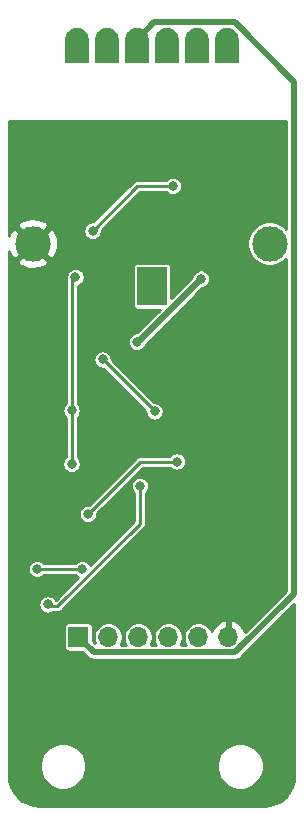
<source format=gbl>
G04 #@! TF.GenerationSoftware,KiCad,Pcbnew,(5.1.10)-1*
G04 #@! TF.CreationDate,2021-11-26T17:39:24+01:00*
G04 #@! TF.ProjectId,Transmitter,5472616e-736d-4697-9474-65722e6b6963,rev?*
G04 #@! TF.SameCoordinates,Original*
G04 #@! TF.FileFunction,Copper,L2,Bot*
G04 #@! TF.FilePolarity,Positive*
%FSLAX46Y46*%
G04 Gerber Fmt 4.6, Leading zero omitted, Abs format (unit mm)*
G04 Created by KiCad (PCBNEW (5.1.10)-1) date 2021-11-26 17:39:24*
%MOMM*%
%LPD*%
G01*
G04 APERTURE LIST*
G04 #@! TA.AperFunction,ComponentPad*
%ADD10R,2.514000X3.200000*%
G04 #@! TD*
G04 #@! TA.AperFunction,ComponentPad*
%ADD11C,0.100000*%
G04 #@! TD*
G04 #@! TA.AperFunction,ComponentPad*
%ADD12C,3.000000*%
G04 #@! TD*
G04 #@! TA.AperFunction,ComponentPad*
%ADD13O,1.700000X1.700000*%
G04 #@! TD*
G04 #@! TA.AperFunction,ComponentPad*
%ADD14R,1.700000X1.700000*%
G04 #@! TD*
G04 #@! TA.AperFunction,ViaPad*
%ADD15C,0.800000*%
G04 #@! TD*
G04 #@! TA.AperFunction,Conductor*
%ADD16C,0.250000*%
G04 #@! TD*
G04 #@! TA.AperFunction,Conductor*
%ADD17C,0.500000*%
G04 #@! TD*
G04 #@! TA.AperFunction,Conductor*
%ADD18C,0.254000*%
G04 #@! TD*
G04 #@! TA.AperFunction,Conductor*
%ADD19C,0.100000*%
G04 #@! TD*
G04 APERTURE END LIST*
D10*
X143030499Y-91600000D03*
G04 #@! TA.AperFunction,ComponentPad*
D11*
G36*
X135681000Y-72717000D02*
G01*
X135681000Y-70717000D01*
X135682205Y-70717000D01*
X135682205Y-70667932D01*
X135691823Y-70570270D01*
X135710969Y-70474020D01*
X135739456Y-70380110D01*
X135777011Y-70289445D01*
X135823271Y-70202897D01*
X135877792Y-70121301D01*
X135940049Y-70045441D01*
X136009441Y-69976049D01*
X136085301Y-69913792D01*
X136166897Y-69859271D01*
X136253445Y-69813011D01*
X136344110Y-69775456D01*
X136438020Y-69746969D01*
X136534270Y-69727823D01*
X136631932Y-69718205D01*
X136730068Y-69718205D01*
X136827730Y-69727823D01*
X136923980Y-69746969D01*
X137017890Y-69775456D01*
X137108555Y-69813011D01*
X137195103Y-69859271D01*
X137276699Y-69913792D01*
X137352559Y-69976049D01*
X137421951Y-70045441D01*
X137484208Y-70121301D01*
X137538729Y-70202897D01*
X137584989Y-70289445D01*
X137622544Y-70380110D01*
X137651031Y-70474020D01*
X137670177Y-70570270D01*
X137679795Y-70667932D01*
X137679795Y-70717000D01*
X137681000Y-70717000D01*
X137681000Y-72717000D01*
X135681000Y-72717000D01*
G37*
G04 #@! TD.AperFunction*
G04 #@! TA.AperFunction,ComponentPad*
G36*
X138221000Y-72717000D02*
G01*
X138221000Y-70717000D01*
X138222205Y-70717000D01*
X138222205Y-70667932D01*
X138231823Y-70570270D01*
X138250969Y-70474020D01*
X138279456Y-70380110D01*
X138317011Y-70289445D01*
X138363271Y-70202897D01*
X138417792Y-70121301D01*
X138480049Y-70045441D01*
X138549441Y-69976049D01*
X138625301Y-69913792D01*
X138706897Y-69859271D01*
X138793445Y-69813011D01*
X138884110Y-69775456D01*
X138978020Y-69746969D01*
X139074270Y-69727823D01*
X139171932Y-69718205D01*
X139270068Y-69718205D01*
X139367730Y-69727823D01*
X139463980Y-69746969D01*
X139557890Y-69775456D01*
X139648555Y-69813011D01*
X139735103Y-69859271D01*
X139816699Y-69913792D01*
X139892559Y-69976049D01*
X139961951Y-70045441D01*
X140024208Y-70121301D01*
X140078729Y-70202897D01*
X140124989Y-70289445D01*
X140162544Y-70380110D01*
X140191031Y-70474020D01*
X140210177Y-70570270D01*
X140219795Y-70667932D01*
X140219795Y-70717000D01*
X140221000Y-70717000D01*
X140221000Y-72717000D01*
X138221000Y-72717000D01*
G37*
G04 #@! TD.AperFunction*
G04 #@! TA.AperFunction,ComponentPad*
G36*
X140761000Y-72717000D02*
G01*
X140761000Y-70717000D01*
X140762205Y-70717000D01*
X140762205Y-70667932D01*
X140771823Y-70570270D01*
X140790969Y-70474020D01*
X140819456Y-70380110D01*
X140857011Y-70289445D01*
X140903271Y-70202897D01*
X140957792Y-70121301D01*
X141020049Y-70045441D01*
X141089441Y-69976049D01*
X141165301Y-69913792D01*
X141246897Y-69859271D01*
X141333445Y-69813011D01*
X141424110Y-69775456D01*
X141518020Y-69746969D01*
X141614270Y-69727823D01*
X141711932Y-69718205D01*
X141810068Y-69718205D01*
X141907730Y-69727823D01*
X142003980Y-69746969D01*
X142097890Y-69775456D01*
X142188555Y-69813011D01*
X142275103Y-69859271D01*
X142356699Y-69913792D01*
X142432559Y-69976049D01*
X142501951Y-70045441D01*
X142564208Y-70121301D01*
X142618729Y-70202897D01*
X142664989Y-70289445D01*
X142702544Y-70380110D01*
X142731031Y-70474020D01*
X142750177Y-70570270D01*
X142759795Y-70667932D01*
X142759795Y-70717000D01*
X142761000Y-70717000D01*
X142761000Y-72717000D01*
X140761000Y-72717000D01*
G37*
G04 #@! TD.AperFunction*
G04 #@! TA.AperFunction,ComponentPad*
G36*
X143301000Y-72717000D02*
G01*
X143301000Y-70717000D01*
X143302205Y-70717000D01*
X143302205Y-70667932D01*
X143311823Y-70570270D01*
X143330969Y-70474020D01*
X143359456Y-70380110D01*
X143397011Y-70289445D01*
X143443271Y-70202897D01*
X143497792Y-70121301D01*
X143560049Y-70045441D01*
X143629441Y-69976049D01*
X143705301Y-69913792D01*
X143786897Y-69859271D01*
X143873445Y-69813011D01*
X143964110Y-69775456D01*
X144058020Y-69746969D01*
X144154270Y-69727823D01*
X144251932Y-69718205D01*
X144350068Y-69718205D01*
X144447730Y-69727823D01*
X144543980Y-69746969D01*
X144637890Y-69775456D01*
X144728555Y-69813011D01*
X144815103Y-69859271D01*
X144896699Y-69913792D01*
X144972559Y-69976049D01*
X145041951Y-70045441D01*
X145104208Y-70121301D01*
X145158729Y-70202897D01*
X145204989Y-70289445D01*
X145242544Y-70380110D01*
X145271031Y-70474020D01*
X145290177Y-70570270D01*
X145299795Y-70667932D01*
X145299795Y-70717000D01*
X145301000Y-70717000D01*
X145301000Y-72717000D01*
X143301000Y-72717000D01*
G37*
G04 #@! TD.AperFunction*
G04 #@! TA.AperFunction,ComponentPad*
G36*
X145841000Y-72717000D02*
G01*
X145841000Y-70717000D01*
X145842205Y-70717000D01*
X145842205Y-70667932D01*
X145851823Y-70570270D01*
X145870969Y-70474020D01*
X145899456Y-70380110D01*
X145937011Y-70289445D01*
X145983271Y-70202897D01*
X146037792Y-70121301D01*
X146100049Y-70045441D01*
X146169441Y-69976049D01*
X146245301Y-69913792D01*
X146326897Y-69859271D01*
X146413445Y-69813011D01*
X146504110Y-69775456D01*
X146598020Y-69746969D01*
X146694270Y-69727823D01*
X146791932Y-69718205D01*
X146890068Y-69718205D01*
X146987730Y-69727823D01*
X147083980Y-69746969D01*
X147177890Y-69775456D01*
X147268555Y-69813011D01*
X147355103Y-69859271D01*
X147436699Y-69913792D01*
X147512559Y-69976049D01*
X147581951Y-70045441D01*
X147644208Y-70121301D01*
X147698729Y-70202897D01*
X147744989Y-70289445D01*
X147782544Y-70380110D01*
X147811031Y-70474020D01*
X147830177Y-70570270D01*
X147839795Y-70667932D01*
X147839795Y-70717000D01*
X147841000Y-70717000D01*
X147841000Y-72717000D01*
X145841000Y-72717000D01*
G37*
G04 #@! TD.AperFunction*
G04 #@! TA.AperFunction,ComponentPad*
G36*
X148381000Y-72717000D02*
G01*
X148381000Y-70717000D01*
X148382205Y-70717000D01*
X148382205Y-70667932D01*
X148391823Y-70570270D01*
X148410969Y-70474020D01*
X148439456Y-70380110D01*
X148477011Y-70289445D01*
X148523271Y-70202897D01*
X148577792Y-70121301D01*
X148640049Y-70045441D01*
X148709441Y-69976049D01*
X148785301Y-69913792D01*
X148866897Y-69859271D01*
X148953445Y-69813011D01*
X149044110Y-69775456D01*
X149138020Y-69746969D01*
X149234270Y-69727823D01*
X149331932Y-69718205D01*
X149430068Y-69718205D01*
X149527730Y-69727823D01*
X149623980Y-69746969D01*
X149717890Y-69775456D01*
X149808555Y-69813011D01*
X149895103Y-69859271D01*
X149976699Y-69913792D01*
X150052559Y-69976049D01*
X150121951Y-70045441D01*
X150184208Y-70121301D01*
X150238729Y-70202897D01*
X150284989Y-70289445D01*
X150322544Y-70380110D01*
X150351031Y-70474020D01*
X150370177Y-70570270D01*
X150379795Y-70667932D01*
X150379795Y-70717000D01*
X150381000Y-70717000D01*
X150381000Y-72717000D01*
X148381000Y-72717000D01*
G37*
G04 #@! TD.AperFunction*
D12*
X132950000Y-88000000D03*
X153000000Y-88000000D03*
D13*
X149500000Y-121300000D03*
X146960000Y-121300000D03*
X144420000Y-121300000D03*
X141880000Y-121300000D03*
X139340000Y-121300000D03*
D14*
X136800000Y-121300000D03*
D15*
X146800000Y-110250000D03*
X137750000Y-95450000D03*
X149350000Y-101650000D03*
X147350000Y-88000000D03*
X150800000Y-95700000D03*
X151800000Y-79150000D03*
X151550000Y-119000000D03*
X141450000Y-113400000D03*
X143050000Y-117950000D03*
X144400000Y-112350000D03*
X137775000Y-114525000D03*
X139400000Y-110500000D03*
X133600000Y-105550000D03*
X139125000Y-105600000D03*
X141875000Y-105550000D03*
X145700000Y-105100000D03*
X140550000Y-103100000D03*
X132475000Y-100575000D03*
X139225000Y-99850000D03*
X146875000Y-100400000D03*
X133650000Y-95925000D03*
X148650000Y-91175000D03*
X153500000Y-95900000D03*
X149900000Y-82325000D03*
X149100000Y-114600000D03*
X133400000Y-124800000D03*
X153000000Y-122900000D03*
X154000000Y-85200000D03*
X132100000Y-82500000D03*
X138300000Y-119000000D03*
X147000000Y-78000000D03*
X137600000Y-110900000D03*
X145124253Y-106450000D03*
X147185000Y-90965000D03*
X141750000Y-96300000D03*
X134200000Y-118550000D03*
X142000000Y-108500010D03*
X138000000Y-86900000D03*
X144800000Y-83104990D03*
X136550000Y-90850000D03*
X136225000Y-106625000D03*
X136225000Y-102125000D03*
X138850000Y-97800000D03*
X143250000Y-102200000D03*
X133300000Y-115550000D03*
X137100000Y-115550000D03*
D16*
X142050000Y-106450000D02*
X145124253Y-106450000D01*
X137600000Y-110900000D02*
X142050000Y-106450000D01*
D17*
X141850000Y-96300000D02*
X141750000Y-96300000D01*
X147185000Y-90965000D02*
X141850000Y-96300000D01*
X138100001Y-122600001D02*
X150099999Y-122600001D01*
X155024990Y-117275010D02*
X155024990Y-74274990D01*
X150099999Y-122600001D02*
X155024990Y-117675010D01*
X155024990Y-117675010D02*
X155024990Y-117275010D01*
X143206195Y-69271805D02*
X141761000Y-70717000D01*
X155024990Y-74274990D02*
X150021805Y-69271805D01*
X150021805Y-69271805D02*
X143206195Y-69271805D01*
X136800000Y-121300000D02*
X138100001Y-122600001D01*
D16*
X135023002Y-118700000D02*
X142000000Y-111723002D01*
X134200000Y-118700000D02*
X135023002Y-118700000D01*
X142000000Y-108500010D02*
X142000000Y-111723002D01*
X141795010Y-83104990D02*
X144800000Y-83104990D01*
X138000000Y-86900000D02*
X141795010Y-83104990D01*
X136225000Y-91175000D02*
X136550000Y-90850000D01*
X136225000Y-102125000D02*
X136225000Y-91175000D01*
X136225000Y-106625000D02*
X136225000Y-102125000D01*
X138850000Y-97800000D02*
X143250000Y-102200000D01*
X133300000Y-115550000D02*
X137100000Y-115550000D01*
D18*
X154393991Y-86733856D02*
X154199067Y-86538932D01*
X153890987Y-86333080D01*
X153548667Y-86191286D01*
X153185262Y-86119000D01*
X152814738Y-86119000D01*
X152451333Y-86191286D01*
X152109013Y-86333080D01*
X151800933Y-86538932D01*
X151538932Y-86800933D01*
X151333080Y-87109013D01*
X151191286Y-87451333D01*
X151119000Y-87814738D01*
X151119000Y-88185262D01*
X151191286Y-88548667D01*
X151333080Y-88890987D01*
X151538932Y-89199067D01*
X151800933Y-89461068D01*
X152109013Y-89666920D01*
X152451333Y-89808714D01*
X152814738Y-89881000D01*
X153185262Y-89881000D01*
X153548667Y-89808714D01*
X153890987Y-89666920D01*
X154199067Y-89461068D01*
X154393991Y-89266144D01*
X154393990Y-117244012D01*
X154393990Y-117413641D01*
X150921330Y-120886302D01*
X150844157Y-120668748D01*
X150695178Y-120418645D01*
X150500269Y-120202412D01*
X150266920Y-120028359D01*
X150004099Y-119903175D01*
X149856890Y-119858524D01*
X149627000Y-119979845D01*
X149627000Y-121173000D01*
X149647000Y-121173000D01*
X149647000Y-121427000D01*
X149627000Y-121427000D01*
X149627000Y-121447000D01*
X149373000Y-121447000D01*
X149373000Y-121427000D01*
X149353000Y-121427000D01*
X149353000Y-121173000D01*
X149373000Y-121173000D01*
X149373000Y-119979845D01*
X149143110Y-119858524D01*
X148995901Y-119903175D01*
X148733080Y-120028359D01*
X148499731Y-120202412D01*
X148304822Y-120418645D01*
X148155843Y-120668748D01*
X148098228Y-120831168D01*
X148050898Y-120716903D01*
X147916180Y-120515283D01*
X147744717Y-120343820D01*
X147543097Y-120209102D01*
X147319069Y-120116307D01*
X147081243Y-120069000D01*
X146838757Y-120069000D01*
X146600931Y-120116307D01*
X146376903Y-120209102D01*
X146175283Y-120343820D01*
X146003820Y-120515283D01*
X145869102Y-120716903D01*
X145776307Y-120940931D01*
X145729000Y-121178757D01*
X145729000Y-121421243D01*
X145776307Y-121659069D01*
X145869102Y-121883097D01*
X145926501Y-121969001D01*
X145453499Y-121969001D01*
X145510898Y-121883097D01*
X145603693Y-121659069D01*
X145651000Y-121421243D01*
X145651000Y-121178757D01*
X145603693Y-120940931D01*
X145510898Y-120716903D01*
X145376180Y-120515283D01*
X145204717Y-120343820D01*
X145003097Y-120209102D01*
X144779069Y-120116307D01*
X144541243Y-120069000D01*
X144298757Y-120069000D01*
X144060931Y-120116307D01*
X143836903Y-120209102D01*
X143635283Y-120343820D01*
X143463820Y-120515283D01*
X143329102Y-120716903D01*
X143236307Y-120940931D01*
X143189000Y-121178757D01*
X143189000Y-121421243D01*
X143236307Y-121659069D01*
X143329102Y-121883097D01*
X143386501Y-121969001D01*
X142913499Y-121969001D01*
X142970898Y-121883097D01*
X143063693Y-121659069D01*
X143111000Y-121421243D01*
X143111000Y-121178757D01*
X143063693Y-120940931D01*
X142970898Y-120716903D01*
X142836180Y-120515283D01*
X142664717Y-120343820D01*
X142463097Y-120209102D01*
X142239069Y-120116307D01*
X142001243Y-120069000D01*
X141758757Y-120069000D01*
X141520931Y-120116307D01*
X141296903Y-120209102D01*
X141095283Y-120343820D01*
X140923820Y-120515283D01*
X140789102Y-120716903D01*
X140696307Y-120940931D01*
X140649000Y-121178757D01*
X140649000Y-121421243D01*
X140696307Y-121659069D01*
X140789102Y-121883097D01*
X140846501Y-121969001D01*
X140373499Y-121969001D01*
X140430898Y-121883097D01*
X140523693Y-121659069D01*
X140571000Y-121421243D01*
X140571000Y-121178757D01*
X140523693Y-120940931D01*
X140430898Y-120716903D01*
X140296180Y-120515283D01*
X140124717Y-120343820D01*
X139923097Y-120209102D01*
X139699069Y-120116307D01*
X139461243Y-120069000D01*
X139218757Y-120069000D01*
X138980931Y-120116307D01*
X138756903Y-120209102D01*
X138555283Y-120343820D01*
X138383820Y-120515283D01*
X138249102Y-120716903D01*
X138156307Y-120940931D01*
X138109000Y-121178757D01*
X138109000Y-121421243D01*
X138156307Y-121659069D01*
X138230460Y-121838091D01*
X138032843Y-121640474D01*
X138032843Y-120450000D01*
X138025487Y-120375311D01*
X138003701Y-120303492D01*
X137968322Y-120237304D01*
X137920711Y-120179289D01*
X137862696Y-120131678D01*
X137796508Y-120096299D01*
X137724689Y-120074513D01*
X137650000Y-120067157D01*
X135950000Y-120067157D01*
X135875311Y-120074513D01*
X135803492Y-120096299D01*
X135737304Y-120131678D01*
X135679289Y-120179289D01*
X135631678Y-120237304D01*
X135596299Y-120303492D01*
X135574513Y-120375311D01*
X135567157Y-120450000D01*
X135567157Y-122150000D01*
X135574513Y-122224689D01*
X135596299Y-122296508D01*
X135631678Y-122362696D01*
X135679289Y-122420711D01*
X135737304Y-122468322D01*
X135803492Y-122503701D01*
X135875311Y-122525487D01*
X135950000Y-122532843D01*
X137140474Y-122532843D01*
X137631900Y-123024269D01*
X137651658Y-123048344D01*
X137747740Y-123127197D01*
X137857359Y-123185790D01*
X137976303Y-123221871D01*
X138069003Y-123231001D01*
X138069012Y-123231001D01*
X138100000Y-123234053D01*
X138130988Y-123231001D01*
X150069009Y-123231001D01*
X150099999Y-123234053D01*
X150130989Y-123231001D01*
X150130997Y-123231001D01*
X150223697Y-123221871D01*
X150342641Y-123185790D01*
X150452260Y-123127197D01*
X150548342Y-123048344D01*
X150568104Y-123024264D01*
X155094001Y-118498368D01*
X155094001Y-132980136D01*
X155042688Y-133503464D01*
X154896472Y-133987756D01*
X154658975Y-134434422D01*
X154339245Y-134826450D01*
X153949458Y-135148910D01*
X153504460Y-135389518D01*
X153021205Y-135539111D01*
X152498971Y-135594000D01*
X133519854Y-135594000D01*
X132996536Y-135542688D01*
X132512244Y-135396472D01*
X132065578Y-135158975D01*
X131673550Y-134839245D01*
X131351090Y-134449458D01*
X131110482Y-134004460D01*
X130960889Y-133521205D01*
X130906000Y-132998971D01*
X130906000Y-132054889D01*
X133519000Y-132054889D01*
X133519000Y-132445111D01*
X133595129Y-132827836D01*
X133744461Y-133188355D01*
X133961257Y-133512814D01*
X134237186Y-133788743D01*
X134561645Y-134005539D01*
X134922164Y-134154871D01*
X135304889Y-134231000D01*
X135695111Y-134231000D01*
X136077836Y-134154871D01*
X136438355Y-134005539D01*
X136762814Y-133788743D01*
X137038743Y-133512814D01*
X137255539Y-133188355D01*
X137404871Y-132827836D01*
X137481000Y-132445111D01*
X137481000Y-132054889D01*
X148519000Y-132054889D01*
X148519000Y-132445111D01*
X148595129Y-132827836D01*
X148744461Y-133188355D01*
X148961257Y-133512814D01*
X149237186Y-133788743D01*
X149561645Y-134005539D01*
X149922164Y-134154871D01*
X150304889Y-134231000D01*
X150695111Y-134231000D01*
X151077836Y-134154871D01*
X151438355Y-134005539D01*
X151762814Y-133788743D01*
X152038743Y-133512814D01*
X152255539Y-133188355D01*
X152404871Y-132827836D01*
X152481000Y-132445111D01*
X152481000Y-132054889D01*
X152404871Y-131672164D01*
X152255539Y-131311645D01*
X152038743Y-130987186D01*
X151762814Y-130711257D01*
X151438355Y-130494461D01*
X151077836Y-130345129D01*
X150695111Y-130269000D01*
X150304889Y-130269000D01*
X149922164Y-130345129D01*
X149561645Y-130494461D01*
X149237186Y-130711257D01*
X148961257Y-130987186D01*
X148744461Y-131311645D01*
X148595129Y-131672164D01*
X148519000Y-132054889D01*
X137481000Y-132054889D01*
X137404871Y-131672164D01*
X137255539Y-131311645D01*
X137038743Y-130987186D01*
X136762814Y-130711257D01*
X136438355Y-130494461D01*
X136077836Y-130345129D01*
X135695111Y-130269000D01*
X135304889Y-130269000D01*
X134922164Y-130345129D01*
X134561645Y-130494461D01*
X134237186Y-130711257D01*
X133961257Y-130987186D01*
X133744461Y-131311645D01*
X133595129Y-131672164D01*
X133519000Y-132054889D01*
X130906000Y-132054889D01*
X130906000Y-115473078D01*
X132519000Y-115473078D01*
X132519000Y-115626922D01*
X132549013Y-115777809D01*
X132607887Y-115919942D01*
X132693358Y-116047859D01*
X132802141Y-116156642D01*
X132930058Y-116242113D01*
X133072191Y-116300987D01*
X133223078Y-116331000D01*
X133376922Y-116331000D01*
X133527809Y-116300987D01*
X133669942Y-116242113D01*
X133797859Y-116156642D01*
X133898501Y-116056000D01*
X136501499Y-116056000D01*
X136602141Y-116156642D01*
X136730058Y-116242113D01*
X136754976Y-116252435D01*
X134866174Y-118141237D01*
X134806642Y-118052141D01*
X134697859Y-117943358D01*
X134569942Y-117857887D01*
X134427809Y-117799013D01*
X134276922Y-117769000D01*
X134123078Y-117769000D01*
X133972191Y-117799013D01*
X133830058Y-117857887D01*
X133702141Y-117943358D01*
X133593358Y-118052141D01*
X133507887Y-118180058D01*
X133449013Y-118322191D01*
X133419000Y-118473078D01*
X133419000Y-118626922D01*
X133449013Y-118777809D01*
X133507887Y-118919942D01*
X133593358Y-119047859D01*
X133702141Y-119156642D01*
X133830058Y-119242113D01*
X133972191Y-119300987D01*
X134123078Y-119331000D01*
X134276922Y-119331000D01*
X134427809Y-119300987D01*
X134569942Y-119242113D01*
X134623989Y-119206000D01*
X134998156Y-119206000D01*
X135023002Y-119208447D01*
X135047848Y-119206000D01*
X135047856Y-119206000D01*
X135122195Y-119198678D01*
X135217577Y-119169745D01*
X135305481Y-119122759D01*
X135382529Y-119059527D01*
X135398378Y-119040215D01*
X142340220Y-112098374D01*
X142359527Y-112082529D01*
X142422759Y-112005481D01*
X142469745Y-111917577D01*
X142498678Y-111822195D01*
X142506000Y-111747856D01*
X142506000Y-111747849D01*
X142508447Y-111723003D01*
X142506000Y-111698157D01*
X142506000Y-109098511D01*
X142606642Y-108997869D01*
X142692113Y-108869952D01*
X142750987Y-108727819D01*
X142781000Y-108576932D01*
X142781000Y-108423088D01*
X142750987Y-108272201D01*
X142692113Y-108130068D01*
X142606642Y-108002151D01*
X142497859Y-107893368D01*
X142369942Y-107807897D01*
X142227809Y-107749023D01*
X142076922Y-107719010D01*
X141923078Y-107719010D01*
X141772191Y-107749023D01*
X141630058Y-107807897D01*
X141502141Y-107893368D01*
X141393358Y-108002151D01*
X141307887Y-108130068D01*
X141249013Y-108272201D01*
X141219000Y-108423088D01*
X141219000Y-108576932D01*
X141249013Y-108727819D01*
X141307887Y-108869952D01*
X141393358Y-108997869D01*
X141494000Y-109098511D01*
X141494001Y-111513409D01*
X137802434Y-115204976D01*
X137792113Y-115180058D01*
X137706642Y-115052141D01*
X137597859Y-114943358D01*
X137469942Y-114857887D01*
X137327809Y-114799013D01*
X137176922Y-114769000D01*
X137023078Y-114769000D01*
X136872191Y-114799013D01*
X136730058Y-114857887D01*
X136602141Y-114943358D01*
X136501499Y-115044000D01*
X133898501Y-115044000D01*
X133797859Y-114943358D01*
X133669942Y-114857887D01*
X133527809Y-114799013D01*
X133376922Y-114769000D01*
X133223078Y-114769000D01*
X133072191Y-114799013D01*
X132930058Y-114857887D01*
X132802141Y-114943358D01*
X132693358Y-115052141D01*
X132607887Y-115180058D01*
X132549013Y-115322191D01*
X132519000Y-115473078D01*
X130906000Y-115473078D01*
X130906000Y-110823078D01*
X136819000Y-110823078D01*
X136819000Y-110976922D01*
X136849013Y-111127809D01*
X136907887Y-111269942D01*
X136993358Y-111397859D01*
X137102141Y-111506642D01*
X137230058Y-111592113D01*
X137372191Y-111650987D01*
X137523078Y-111681000D01*
X137676922Y-111681000D01*
X137827809Y-111650987D01*
X137969942Y-111592113D01*
X138097859Y-111506642D01*
X138206642Y-111397859D01*
X138292113Y-111269942D01*
X138350987Y-111127809D01*
X138381000Y-110976922D01*
X138381000Y-110834591D01*
X142259592Y-106956000D01*
X144525752Y-106956000D01*
X144626394Y-107056642D01*
X144754311Y-107142113D01*
X144896444Y-107200987D01*
X145047331Y-107231000D01*
X145201175Y-107231000D01*
X145352062Y-107200987D01*
X145494195Y-107142113D01*
X145622112Y-107056642D01*
X145730895Y-106947859D01*
X145816366Y-106819942D01*
X145875240Y-106677809D01*
X145905253Y-106526922D01*
X145905253Y-106373078D01*
X145875240Y-106222191D01*
X145816366Y-106080058D01*
X145730895Y-105952141D01*
X145622112Y-105843358D01*
X145494195Y-105757887D01*
X145352062Y-105699013D01*
X145201175Y-105669000D01*
X145047331Y-105669000D01*
X144896444Y-105699013D01*
X144754311Y-105757887D01*
X144626394Y-105843358D01*
X144525752Y-105944000D01*
X142074845Y-105944000D01*
X142049999Y-105941553D01*
X142025153Y-105944000D01*
X142025146Y-105944000D01*
X141960694Y-105950348D01*
X141950806Y-105951322D01*
X141928607Y-105958056D01*
X141855425Y-105980255D01*
X141767521Y-106027241D01*
X141690473Y-106090473D01*
X141674628Y-106109780D01*
X137665409Y-110119000D01*
X137523078Y-110119000D01*
X137372191Y-110149013D01*
X137230058Y-110207887D01*
X137102141Y-110293358D01*
X136993358Y-110402141D01*
X136907887Y-110530058D01*
X136849013Y-110672191D01*
X136819000Y-110823078D01*
X130906000Y-110823078D01*
X130906000Y-102048078D01*
X135444000Y-102048078D01*
X135444000Y-102201922D01*
X135474013Y-102352809D01*
X135532887Y-102494942D01*
X135618358Y-102622859D01*
X135719001Y-102723502D01*
X135719000Y-106026499D01*
X135618358Y-106127141D01*
X135532887Y-106255058D01*
X135474013Y-106397191D01*
X135444000Y-106548078D01*
X135444000Y-106701922D01*
X135474013Y-106852809D01*
X135532887Y-106994942D01*
X135618358Y-107122859D01*
X135727141Y-107231642D01*
X135855058Y-107317113D01*
X135997191Y-107375987D01*
X136148078Y-107406000D01*
X136301922Y-107406000D01*
X136452809Y-107375987D01*
X136594942Y-107317113D01*
X136722859Y-107231642D01*
X136831642Y-107122859D01*
X136917113Y-106994942D01*
X136975987Y-106852809D01*
X137006000Y-106701922D01*
X137006000Y-106548078D01*
X136975987Y-106397191D01*
X136917113Y-106255058D01*
X136831642Y-106127141D01*
X136731000Y-106026499D01*
X136731000Y-102723501D01*
X136831642Y-102622859D01*
X136917113Y-102494942D01*
X136975987Y-102352809D01*
X137006000Y-102201922D01*
X137006000Y-102048078D01*
X136975987Y-101897191D01*
X136917113Y-101755058D01*
X136831642Y-101627141D01*
X136731000Y-101526499D01*
X136731000Y-97723078D01*
X138069000Y-97723078D01*
X138069000Y-97876922D01*
X138099013Y-98027809D01*
X138157887Y-98169942D01*
X138243358Y-98297859D01*
X138352141Y-98406642D01*
X138480058Y-98492113D01*
X138622191Y-98550987D01*
X138773078Y-98581000D01*
X138915409Y-98581000D01*
X142469000Y-102134592D01*
X142469000Y-102276922D01*
X142499013Y-102427809D01*
X142557887Y-102569942D01*
X142643358Y-102697859D01*
X142752141Y-102806642D01*
X142880058Y-102892113D01*
X143022191Y-102950987D01*
X143173078Y-102981000D01*
X143326922Y-102981000D01*
X143477809Y-102950987D01*
X143619942Y-102892113D01*
X143747859Y-102806642D01*
X143856642Y-102697859D01*
X143942113Y-102569942D01*
X144000987Y-102427809D01*
X144031000Y-102276922D01*
X144031000Y-102123078D01*
X144000987Y-101972191D01*
X143942113Y-101830058D01*
X143856642Y-101702141D01*
X143747859Y-101593358D01*
X143619942Y-101507887D01*
X143477809Y-101449013D01*
X143326922Y-101419000D01*
X143184592Y-101419000D01*
X139631000Y-97865409D01*
X139631000Y-97723078D01*
X139600987Y-97572191D01*
X139542113Y-97430058D01*
X139456642Y-97302141D01*
X139347859Y-97193358D01*
X139219942Y-97107887D01*
X139077809Y-97049013D01*
X138926922Y-97019000D01*
X138773078Y-97019000D01*
X138622191Y-97049013D01*
X138480058Y-97107887D01*
X138352141Y-97193358D01*
X138243358Y-97302141D01*
X138157887Y-97430058D01*
X138099013Y-97572191D01*
X138069000Y-97723078D01*
X136731000Y-97723078D01*
X136731000Y-96223078D01*
X140969000Y-96223078D01*
X140969000Y-96376922D01*
X140999013Y-96527809D01*
X141057887Y-96669942D01*
X141143358Y-96797859D01*
X141252141Y-96906642D01*
X141380058Y-96992113D01*
X141522191Y-97050987D01*
X141673078Y-97081000D01*
X141826922Y-97081000D01*
X141977809Y-97050987D01*
X142119942Y-96992113D01*
X142247859Y-96906642D01*
X142356642Y-96797859D01*
X142442113Y-96669942D01*
X142491390Y-96550978D01*
X147304922Y-91737447D01*
X147412809Y-91715987D01*
X147554942Y-91657113D01*
X147682859Y-91571642D01*
X147791642Y-91462859D01*
X147877113Y-91334942D01*
X147935987Y-91192809D01*
X147966000Y-91041922D01*
X147966000Y-90888078D01*
X147935987Y-90737191D01*
X147877113Y-90595058D01*
X147791642Y-90467141D01*
X147682859Y-90358358D01*
X147554942Y-90272887D01*
X147412809Y-90214013D01*
X147261922Y-90184000D01*
X147108078Y-90184000D01*
X146957191Y-90214013D01*
X146815058Y-90272887D01*
X146687141Y-90358358D01*
X146578358Y-90467141D01*
X146492887Y-90595058D01*
X146434013Y-90737191D01*
X146412553Y-90845078D01*
X144670342Y-92587289D01*
X144670342Y-90000000D01*
X144662986Y-89925311D01*
X144641200Y-89853492D01*
X144605821Y-89787304D01*
X144558210Y-89729289D01*
X144500195Y-89681678D01*
X144434007Y-89646299D01*
X144362188Y-89624513D01*
X144287499Y-89617157D01*
X141773499Y-89617157D01*
X141698810Y-89624513D01*
X141626991Y-89646299D01*
X141560803Y-89681678D01*
X141502788Y-89729289D01*
X141455177Y-89787304D01*
X141419798Y-89853492D01*
X141398012Y-89925311D01*
X141390656Y-90000000D01*
X141390656Y-93200000D01*
X141398012Y-93274689D01*
X141419798Y-93346508D01*
X141455177Y-93412696D01*
X141502788Y-93470711D01*
X141560803Y-93518322D01*
X141626991Y-93553701D01*
X141698810Y-93575487D01*
X141773499Y-93582843D01*
X143674789Y-93582843D01*
X141738632Y-95519000D01*
X141673078Y-95519000D01*
X141522191Y-95549013D01*
X141380058Y-95607887D01*
X141252141Y-95693358D01*
X141143358Y-95802141D01*
X141057887Y-95930058D01*
X140999013Y-96072191D01*
X140969000Y-96223078D01*
X136731000Y-96223078D01*
X136731000Y-91610298D01*
X136777809Y-91600987D01*
X136919942Y-91542113D01*
X137047859Y-91456642D01*
X137156642Y-91347859D01*
X137242113Y-91219942D01*
X137300987Y-91077809D01*
X137331000Y-90926922D01*
X137331000Y-90773078D01*
X137300987Y-90622191D01*
X137242113Y-90480058D01*
X137156642Y-90352141D01*
X137047859Y-90243358D01*
X136919942Y-90157887D01*
X136777809Y-90099013D01*
X136626922Y-90069000D01*
X136473078Y-90069000D01*
X136322191Y-90099013D01*
X136180058Y-90157887D01*
X136052141Y-90243358D01*
X135943358Y-90352141D01*
X135857887Y-90480058D01*
X135799013Y-90622191D01*
X135769000Y-90773078D01*
X135769000Y-90926922D01*
X135773029Y-90947175D01*
X135755255Y-90980426D01*
X135726322Y-91075808D01*
X135716553Y-91175000D01*
X135719001Y-91199856D01*
X135719000Y-101526499D01*
X135618358Y-101627141D01*
X135532887Y-101755058D01*
X135474013Y-101897191D01*
X135444000Y-102048078D01*
X130906000Y-102048078D01*
X130906000Y-89491653D01*
X131637952Y-89491653D01*
X131793962Y-89807214D01*
X132168745Y-89998020D01*
X132573551Y-90112044D01*
X132992824Y-90144902D01*
X133410451Y-90095334D01*
X133810383Y-89965243D01*
X134106038Y-89807214D01*
X134262048Y-89491653D01*
X132950000Y-88179605D01*
X131637952Y-89491653D01*
X130906000Y-89491653D01*
X130906000Y-88618264D01*
X130984757Y-88860383D01*
X131142786Y-89156038D01*
X131458347Y-89312048D01*
X132770395Y-88000000D01*
X133129605Y-88000000D01*
X134441653Y-89312048D01*
X134757214Y-89156038D01*
X134948020Y-88781255D01*
X135062044Y-88376449D01*
X135094902Y-87957176D01*
X135045334Y-87539549D01*
X134915243Y-87139617D01*
X134757214Y-86843962D01*
X134714972Y-86823078D01*
X137219000Y-86823078D01*
X137219000Y-86976922D01*
X137249013Y-87127809D01*
X137307887Y-87269942D01*
X137393358Y-87397859D01*
X137502141Y-87506642D01*
X137630058Y-87592113D01*
X137772191Y-87650987D01*
X137923078Y-87681000D01*
X138076922Y-87681000D01*
X138227809Y-87650987D01*
X138369942Y-87592113D01*
X138497859Y-87506642D01*
X138606642Y-87397859D01*
X138692113Y-87269942D01*
X138750987Y-87127809D01*
X138781000Y-86976922D01*
X138781000Y-86834591D01*
X142004602Y-83610990D01*
X144201499Y-83610990D01*
X144302141Y-83711632D01*
X144430058Y-83797103D01*
X144572191Y-83855977D01*
X144723078Y-83885990D01*
X144876922Y-83885990D01*
X145027809Y-83855977D01*
X145169942Y-83797103D01*
X145297859Y-83711632D01*
X145406642Y-83602849D01*
X145492113Y-83474932D01*
X145550987Y-83332799D01*
X145581000Y-83181912D01*
X145581000Y-83028068D01*
X145550987Y-82877181D01*
X145492113Y-82735048D01*
X145406642Y-82607131D01*
X145297859Y-82498348D01*
X145169942Y-82412877D01*
X145027809Y-82354003D01*
X144876922Y-82323990D01*
X144723078Y-82323990D01*
X144572191Y-82354003D01*
X144430058Y-82412877D01*
X144302141Y-82498348D01*
X144201499Y-82598990D01*
X141819864Y-82598990D01*
X141795010Y-82596542D01*
X141770156Y-82598990D01*
X141695817Y-82606312D01*
X141600435Y-82635245D01*
X141512531Y-82682231D01*
X141435483Y-82745463D01*
X141419638Y-82764770D01*
X138065409Y-86119000D01*
X137923078Y-86119000D01*
X137772191Y-86149013D01*
X137630058Y-86207887D01*
X137502141Y-86293358D01*
X137393358Y-86402141D01*
X137307887Y-86530058D01*
X137249013Y-86672191D01*
X137219000Y-86823078D01*
X134714972Y-86823078D01*
X134441653Y-86687952D01*
X133129605Y-88000000D01*
X132770395Y-88000000D01*
X131458347Y-86687952D01*
X131142786Y-86843962D01*
X130951980Y-87218745D01*
X130906000Y-87381982D01*
X130906000Y-86508347D01*
X131637952Y-86508347D01*
X132950000Y-87820395D01*
X134262048Y-86508347D01*
X134106038Y-86192786D01*
X133731255Y-86001980D01*
X133326449Y-85887956D01*
X132907176Y-85855098D01*
X132489549Y-85904666D01*
X132089617Y-86034757D01*
X131793962Y-86192786D01*
X131637952Y-86508347D01*
X130906000Y-86508347D01*
X130906000Y-77627000D01*
X154393991Y-77627000D01*
X154393991Y-86733856D01*
G04 #@! TA.AperFunction,Conductor*
D19*
G36*
X154393991Y-86733856D02*
G01*
X154199067Y-86538932D01*
X153890987Y-86333080D01*
X153548667Y-86191286D01*
X153185262Y-86119000D01*
X152814738Y-86119000D01*
X152451333Y-86191286D01*
X152109013Y-86333080D01*
X151800933Y-86538932D01*
X151538932Y-86800933D01*
X151333080Y-87109013D01*
X151191286Y-87451333D01*
X151119000Y-87814738D01*
X151119000Y-88185262D01*
X151191286Y-88548667D01*
X151333080Y-88890987D01*
X151538932Y-89199067D01*
X151800933Y-89461068D01*
X152109013Y-89666920D01*
X152451333Y-89808714D01*
X152814738Y-89881000D01*
X153185262Y-89881000D01*
X153548667Y-89808714D01*
X153890987Y-89666920D01*
X154199067Y-89461068D01*
X154393991Y-89266144D01*
X154393990Y-117244012D01*
X154393990Y-117413641D01*
X150921330Y-120886302D01*
X150844157Y-120668748D01*
X150695178Y-120418645D01*
X150500269Y-120202412D01*
X150266920Y-120028359D01*
X150004099Y-119903175D01*
X149856890Y-119858524D01*
X149627000Y-119979845D01*
X149627000Y-121173000D01*
X149647000Y-121173000D01*
X149647000Y-121427000D01*
X149627000Y-121427000D01*
X149627000Y-121447000D01*
X149373000Y-121447000D01*
X149373000Y-121427000D01*
X149353000Y-121427000D01*
X149353000Y-121173000D01*
X149373000Y-121173000D01*
X149373000Y-119979845D01*
X149143110Y-119858524D01*
X148995901Y-119903175D01*
X148733080Y-120028359D01*
X148499731Y-120202412D01*
X148304822Y-120418645D01*
X148155843Y-120668748D01*
X148098228Y-120831168D01*
X148050898Y-120716903D01*
X147916180Y-120515283D01*
X147744717Y-120343820D01*
X147543097Y-120209102D01*
X147319069Y-120116307D01*
X147081243Y-120069000D01*
X146838757Y-120069000D01*
X146600931Y-120116307D01*
X146376903Y-120209102D01*
X146175283Y-120343820D01*
X146003820Y-120515283D01*
X145869102Y-120716903D01*
X145776307Y-120940931D01*
X145729000Y-121178757D01*
X145729000Y-121421243D01*
X145776307Y-121659069D01*
X145869102Y-121883097D01*
X145926501Y-121969001D01*
X145453499Y-121969001D01*
X145510898Y-121883097D01*
X145603693Y-121659069D01*
X145651000Y-121421243D01*
X145651000Y-121178757D01*
X145603693Y-120940931D01*
X145510898Y-120716903D01*
X145376180Y-120515283D01*
X145204717Y-120343820D01*
X145003097Y-120209102D01*
X144779069Y-120116307D01*
X144541243Y-120069000D01*
X144298757Y-120069000D01*
X144060931Y-120116307D01*
X143836903Y-120209102D01*
X143635283Y-120343820D01*
X143463820Y-120515283D01*
X143329102Y-120716903D01*
X143236307Y-120940931D01*
X143189000Y-121178757D01*
X143189000Y-121421243D01*
X143236307Y-121659069D01*
X143329102Y-121883097D01*
X143386501Y-121969001D01*
X142913499Y-121969001D01*
X142970898Y-121883097D01*
X143063693Y-121659069D01*
X143111000Y-121421243D01*
X143111000Y-121178757D01*
X143063693Y-120940931D01*
X142970898Y-120716903D01*
X142836180Y-120515283D01*
X142664717Y-120343820D01*
X142463097Y-120209102D01*
X142239069Y-120116307D01*
X142001243Y-120069000D01*
X141758757Y-120069000D01*
X141520931Y-120116307D01*
X141296903Y-120209102D01*
X141095283Y-120343820D01*
X140923820Y-120515283D01*
X140789102Y-120716903D01*
X140696307Y-120940931D01*
X140649000Y-121178757D01*
X140649000Y-121421243D01*
X140696307Y-121659069D01*
X140789102Y-121883097D01*
X140846501Y-121969001D01*
X140373499Y-121969001D01*
X140430898Y-121883097D01*
X140523693Y-121659069D01*
X140571000Y-121421243D01*
X140571000Y-121178757D01*
X140523693Y-120940931D01*
X140430898Y-120716903D01*
X140296180Y-120515283D01*
X140124717Y-120343820D01*
X139923097Y-120209102D01*
X139699069Y-120116307D01*
X139461243Y-120069000D01*
X139218757Y-120069000D01*
X138980931Y-120116307D01*
X138756903Y-120209102D01*
X138555283Y-120343820D01*
X138383820Y-120515283D01*
X138249102Y-120716903D01*
X138156307Y-120940931D01*
X138109000Y-121178757D01*
X138109000Y-121421243D01*
X138156307Y-121659069D01*
X138230460Y-121838091D01*
X138032843Y-121640474D01*
X138032843Y-120450000D01*
X138025487Y-120375311D01*
X138003701Y-120303492D01*
X137968322Y-120237304D01*
X137920711Y-120179289D01*
X137862696Y-120131678D01*
X137796508Y-120096299D01*
X137724689Y-120074513D01*
X137650000Y-120067157D01*
X135950000Y-120067157D01*
X135875311Y-120074513D01*
X135803492Y-120096299D01*
X135737304Y-120131678D01*
X135679289Y-120179289D01*
X135631678Y-120237304D01*
X135596299Y-120303492D01*
X135574513Y-120375311D01*
X135567157Y-120450000D01*
X135567157Y-122150000D01*
X135574513Y-122224689D01*
X135596299Y-122296508D01*
X135631678Y-122362696D01*
X135679289Y-122420711D01*
X135737304Y-122468322D01*
X135803492Y-122503701D01*
X135875311Y-122525487D01*
X135950000Y-122532843D01*
X137140474Y-122532843D01*
X137631900Y-123024269D01*
X137651658Y-123048344D01*
X137747740Y-123127197D01*
X137857359Y-123185790D01*
X137976303Y-123221871D01*
X138069003Y-123231001D01*
X138069012Y-123231001D01*
X138100000Y-123234053D01*
X138130988Y-123231001D01*
X150069009Y-123231001D01*
X150099999Y-123234053D01*
X150130989Y-123231001D01*
X150130997Y-123231001D01*
X150223697Y-123221871D01*
X150342641Y-123185790D01*
X150452260Y-123127197D01*
X150548342Y-123048344D01*
X150568104Y-123024264D01*
X155094001Y-118498368D01*
X155094001Y-132980136D01*
X155042688Y-133503464D01*
X154896472Y-133987756D01*
X154658975Y-134434422D01*
X154339245Y-134826450D01*
X153949458Y-135148910D01*
X153504460Y-135389518D01*
X153021205Y-135539111D01*
X152498971Y-135594000D01*
X133519854Y-135594000D01*
X132996536Y-135542688D01*
X132512244Y-135396472D01*
X132065578Y-135158975D01*
X131673550Y-134839245D01*
X131351090Y-134449458D01*
X131110482Y-134004460D01*
X130960889Y-133521205D01*
X130906000Y-132998971D01*
X130906000Y-132054889D01*
X133519000Y-132054889D01*
X133519000Y-132445111D01*
X133595129Y-132827836D01*
X133744461Y-133188355D01*
X133961257Y-133512814D01*
X134237186Y-133788743D01*
X134561645Y-134005539D01*
X134922164Y-134154871D01*
X135304889Y-134231000D01*
X135695111Y-134231000D01*
X136077836Y-134154871D01*
X136438355Y-134005539D01*
X136762814Y-133788743D01*
X137038743Y-133512814D01*
X137255539Y-133188355D01*
X137404871Y-132827836D01*
X137481000Y-132445111D01*
X137481000Y-132054889D01*
X148519000Y-132054889D01*
X148519000Y-132445111D01*
X148595129Y-132827836D01*
X148744461Y-133188355D01*
X148961257Y-133512814D01*
X149237186Y-133788743D01*
X149561645Y-134005539D01*
X149922164Y-134154871D01*
X150304889Y-134231000D01*
X150695111Y-134231000D01*
X151077836Y-134154871D01*
X151438355Y-134005539D01*
X151762814Y-133788743D01*
X152038743Y-133512814D01*
X152255539Y-133188355D01*
X152404871Y-132827836D01*
X152481000Y-132445111D01*
X152481000Y-132054889D01*
X152404871Y-131672164D01*
X152255539Y-131311645D01*
X152038743Y-130987186D01*
X151762814Y-130711257D01*
X151438355Y-130494461D01*
X151077836Y-130345129D01*
X150695111Y-130269000D01*
X150304889Y-130269000D01*
X149922164Y-130345129D01*
X149561645Y-130494461D01*
X149237186Y-130711257D01*
X148961257Y-130987186D01*
X148744461Y-131311645D01*
X148595129Y-131672164D01*
X148519000Y-132054889D01*
X137481000Y-132054889D01*
X137404871Y-131672164D01*
X137255539Y-131311645D01*
X137038743Y-130987186D01*
X136762814Y-130711257D01*
X136438355Y-130494461D01*
X136077836Y-130345129D01*
X135695111Y-130269000D01*
X135304889Y-130269000D01*
X134922164Y-130345129D01*
X134561645Y-130494461D01*
X134237186Y-130711257D01*
X133961257Y-130987186D01*
X133744461Y-131311645D01*
X133595129Y-131672164D01*
X133519000Y-132054889D01*
X130906000Y-132054889D01*
X130906000Y-115473078D01*
X132519000Y-115473078D01*
X132519000Y-115626922D01*
X132549013Y-115777809D01*
X132607887Y-115919942D01*
X132693358Y-116047859D01*
X132802141Y-116156642D01*
X132930058Y-116242113D01*
X133072191Y-116300987D01*
X133223078Y-116331000D01*
X133376922Y-116331000D01*
X133527809Y-116300987D01*
X133669942Y-116242113D01*
X133797859Y-116156642D01*
X133898501Y-116056000D01*
X136501499Y-116056000D01*
X136602141Y-116156642D01*
X136730058Y-116242113D01*
X136754976Y-116252435D01*
X134866174Y-118141237D01*
X134806642Y-118052141D01*
X134697859Y-117943358D01*
X134569942Y-117857887D01*
X134427809Y-117799013D01*
X134276922Y-117769000D01*
X134123078Y-117769000D01*
X133972191Y-117799013D01*
X133830058Y-117857887D01*
X133702141Y-117943358D01*
X133593358Y-118052141D01*
X133507887Y-118180058D01*
X133449013Y-118322191D01*
X133419000Y-118473078D01*
X133419000Y-118626922D01*
X133449013Y-118777809D01*
X133507887Y-118919942D01*
X133593358Y-119047859D01*
X133702141Y-119156642D01*
X133830058Y-119242113D01*
X133972191Y-119300987D01*
X134123078Y-119331000D01*
X134276922Y-119331000D01*
X134427809Y-119300987D01*
X134569942Y-119242113D01*
X134623989Y-119206000D01*
X134998156Y-119206000D01*
X135023002Y-119208447D01*
X135047848Y-119206000D01*
X135047856Y-119206000D01*
X135122195Y-119198678D01*
X135217577Y-119169745D01*
X135305481Y-119122759D01*
X135382529Y-119059527D01*
X135398378Y-119040215D01*
X142340220Y-112098374D01*
X142359527Y-112082529D01*
X142422759Y-112005481D01*
X142469745Y-111917577D01*
X142498678Y-111822195D01*
X142506000Y-111747856D01*
X142506000Y-111747849D01*
X142508447Y-111723003D01*
X142506000Y-111698157D01*
X142506000Y-109098511D01*
X142606642Y-108997869D01*
X142692113Y-108869952D01*
X142750987Y-108727819D01*
X142781000Y-108576932D01*
X142781000Y-108423088D01*
X142750987Y-108272201D01*
X142692113Y-108130068D01*
X142606642Y-108002151D01*
X142497859Y-107893368D01*
X142369942Y-107807897D01*
X142227809Y-107749023D01*
X142076922Y-107719010D01*
X141923078Y-107719010D01*
X141772191Y-107749023D01*
X141630058Y-107807897D01*
X141502141Y-107893368D01*
X141393358Y-108002151D01*
X141307887Y-108130068D01*
X141249013Y-108272201D01*
X141219000Y-108423088D01*
X141219000Y-108576932D01*
X141249013Y-108727819D01*
X141307887Y-108869952D01*
X141393358Y-108997869D01*
X141494000Y-109098511D01*
X141494001Y-111513409D01*
X137802434Y-115204976D01*
X137792113Y-115180058D01*
X137706642Y-115052141D01*
X137597859Y-114943358D01*
X137469942Y-114857887D01*
X137327809Y-114799013D01*
X137176922Y-114769000D01*
X137023078Y-114769000D01*
X136872191Y-114799013D01*
X136730058Y-114857887D01*
X136602141Y-114943358D01*
X136501499Y-115044000D01*
X133898501Y-115044000D01*
X133797859Y-114943358D01*
X133669942Y-114857887D01*
X133527809Y-114799013D01*
X133376922Y-114769000D01*
X133223078Y-114769000D01*
X133072191Y-114799013D01*
X132930058Y-114857887D01*
X132802141Y-114943358D01*
X132693358Y-115052141D01*
X132607887Y-115180058D01*
X132549013Y-115322191D01*
X132519000Y-115473078D01*
X130906000Y-115473078D01*
X130906000Y-110823078D01*
X136819000Y-110823078D01*
X136819000Y-110976922D01*
X136849013Y-111127809D01*
X136907887Y-111269942D01*
X136993358Y-111397859D01*
X137102141Y-111506642D01*
X137230058Y-111592113D01*
X137372191Y-111650987D01*
X137523078Y-111681000D01*
X137676922Y-111681000D01*
X137827809Y-111650987D01*
X137969942Y-111592113D01*
X138097859Y-111506642D01*
X138206642Y-111397859D01*
X138292113Y-111269942D01*
X138350987Y-111127809D01*
X138381000Y-110976922D01*
X138381000Y-110834591D01*
X142259592Y-106956000D01*
X144525752Y-106956000D01*
X144626394Y-107056642D01*
X144754311Y-107142113D01*
X144896444Y-107200987D01*
X145047331Y-107231000D01*
X145201175Y-107231000D01*
X145352062Y-107200987D01*
X145494195Y-107142113D01*
X145622112Y-107056642D01*
X145730895Y-106947859D01*
X145816366Y-106819942D01*
X145875240Y-106677809D01*
X145905253Y-106526922D01*
X145905253Y-106373078D01*
X145875240Y-106222191D01*
X145816366Y-106080058D01*
X145730895Y-105952141D01*
X145622112Y-105843358D01*
X145494195Y-105757887D01*
X145352062Y-105699013D01*
X145201175Y-105669000D01*
X145047331Y-105669000D01*
X144896444Y-105699013D01*
X144754311Y-105757887D01*
X144626394Y-105843358D01*
X144525752Y-105944000D01*
X142074845Y-105944000D01*
X142049999Y-105941553D01*
X142025153Y-105944000D01*
X142025146Y-105944000D01*
X141960694Y-105950348D01*
X141950806Y-105951322D01*
X141928607Y-105958056D01*
X141855425Y-105980255D01*
X141767521Y-106027241D01*
X141690473Y-106090473D01*
X141674628Y-106109780D01*
X137665409Y-110119000D01*
X137523078Y-110119000D01*
X137372191Y-110149013D01*
X137230058Y-110207887D01*
X137102141Y-110293358D01*
X136993358Y-110402141D01*
X136907887Y-110530058D01*
X136849013Y-110672191D01*
X136819000Y-110823078D01*
X130906000Y-110823078D01*
X130906000Y-102048078D01*
X135444000Y-102048078D01*
X135444000Y-102201922D01*
X135474013Y-102352809D01*
X135532887Y-102494942D01*
X135618358Y-102622859D01*
X135719001Y-102723502D01*
X135719000Y-106026499D01*
X135618358Y-106127141D01*
X135532887Y-106255058D01*
X135474013Y-106397191D01*
X135444000Y-106548078D01*
X135444000Y-106701922D01*
X135474013Y-106852809D01*
X135532887Y-106994942D01*
X135618358Y-107122859D01*
X135727141Y-107231642D01*
X135855058Y-107317113D01*
X135997191Y-107375987D01*
X136148078Y-107406000D01*
X136301922Y-107406000D01*
X136452809Y-107375987D01*
X136594942Y-107317113D01*
X136722859Y-107231642D01*
X136831642Y-107122859D01*
X136917113Y-106994942D01*
X136975987Y-106852809D01*
X137006000Y-106701922D01*
X137006000Y-106548078D01*
X136975987Y-106397191D01*
X136917113Y-106255058D01*
X136831642Y-106127141D01*
X136731000Y-106026499D01*
X136731000Y-102723501D01*
X136831642Y-102622859D01*
X136917113Y-102494942D01*
X136975987Y-102352809D01*
X137006000Y-102201922D01*
X137006000Y-102048078D01*
X136975987Y-101897191D01*
X136917113Y-101755058D01*
X136831642Y-101627141D01*
X136731000Y-101526499D01*
X136731000Y-97723078D01*
X138069000Y-97723078D01*
X138069000Y-97876922D01*
X138099013Y-98027809D01*
X138157887Y-98169942D01*
X138243358Y-98297859D01*
X138352141Y-98406642D01*
X138480058Y-98492113D01*
X138622191Y-98550987D01*
X138773078Y-98581000D01*
X138915409Y-98581000D01*
X142469000Y-102134592D01*
X142469000Y-102276922D01*
X142499013Y-102427809D01*
X142557887Y-102569942D01*
X142643358Y-102697859D01*
X142752141Y-102806642D01*
X142880058Y-102892113D01*
X143022191Y-102950987D01*
X143173078Y-102981000D01*
X143326922Y-102981000D01*
X143477809Y-102950987D01*
X143619942Y-102892113D01*
X143747859Y-102806642D01*
X143856642Y-102697859D01*
X143942113Y-102569942D01*
X144000987Y-102427809D01*
X144031000Y-102276922D01*
X144031000Y-102123078D01*
X144000987Y-101972191D01*
X143942113Y-101830058D01*
X143856642Y-101702141D01*
X143747859Y-101593358D01*
X143619942Y-101507887D01*
X143477809Y-101449013D01*
X143326922Y-101419000D01*
X143184592Y-101419000D01*
X139631000Y-97865409D01*
X139631000Y-97723078D01*
X139600987Y-97572191D01*
X139542113Y-97430058D01*
X139456642Y-97302141D01*
X139347859Y-97193358D01*
X139219942Y-97107887D01*
X139077809Y-97049013D01*
X138926922Y-97019000D01*
X138773078Y-97019000D01*
X138622191Y-97049013D01*
X138480058Y-97107887D01*
X138352141Y-97193358D01*
X138243358Y-97302141D01*
X138157887Y-97430058D01*
X138099013Y-97572191D01*
X138069000Y-97723078D01*
X136731000Y-97723078D01*
X136731000Y-96223078D01*
X140969000Y-96223078D01*
X140969000Y-96376922D01*
X140999013Y-96527809D01*
X141057887Y-96669942D01*
X141143358Y-96797859D01*
X141252141Y-96906642D01*
X141380058Y-96992113D01*
X141522191Y-97050987D01*
X141673078Y-97081000D01*
X141826922Y-97081000D01*
X141977809Y-97050987D01*
X142119942Y-96992113D01*
X142247859Y-96906642D01*
X142356642Y-96797859D01*
X142442113Y-96669942D01*
X142491390Y-96550978D01*
X147304922Y-91737447D01*
X147412809Y-91715987D01*
X147554942Y-91657113D01*
X147682859Y-91571642D01*
X147791642Y-91462859D01*
X147877113Y-91334942D01*
X147935987Y-91192809D01*
X147966000Y-91041922D01*
X147966000Y-90888078D01*
X147935987Y-90737191D01*
X147877113Y-90595058D01*
X147791642Y-90467141D01*
X147682859Y-90358358D01*
X147554942Y-90272887D01*
X147412809Y-90214013D01*
X147261922Y-90184000D01*
X147108078Y-90184000D01*
X146957191Y-90214013D01*
X146815058Y-90272887D01*
X146687141Y-90358358D01*
X146578358Y-90467141D01*
X146492887Y-90595058D01*
X146434013Y-90737191D01*
X146412553Y-90845078D01*
X144670342Y-92587289D01*
X144670342Y-90000000D01*
X144662986Y-89925311D01*
X144641200Y-89853492D01*
X144605821Y-89787304D01*
X144558210Y-89729289D01*
X144500195Y-89681678D01*
X144434007Y-89646299D01*
X144362188Y-89624513D01*
X144287499Y-89617157D01*
X141773499Y-89617157D01*
X141698810Y-89624513D01*
X141626991Y-89646299D01*
X141560803Y-89681678D01*
X141502788Y-89729289D01*
X141455177Y-89787304D01*
X141419798Y-89853492D01*
X141398012Y-89925311D01*
X141390656Y-90000000D01*
X141390656Y-93200000D01*
X141398012Y-93274689D01*
X141419798Y-93346508D01*
X141455177Y-93412696D01*
X141502788Y-93470711D01*
X141560803Y-93518322D01*
X141626991Y-93553701D01*
X141698810Y-93575487D01*
X141773499Y-93582843D01*
X143674789Y-93582843D01*
X141738632Y-95519000D01*
X141673078Y-95519000D01*
X141522191Y-95549013D01*
X141380058Y-95607887D01*
X141252141Y-95693358D01*
X141143358Y-95802141D01*
X141057887Y-95930058D01*
X140999013Y-96072191D01*
X140969000Y-96223078D01*
X136731000Y-96223078D01*
X136731000Y-91610298D01*
X136777809Y-91600987D01*
X136919942Y-91542113D01*
X137047859Y-91456642D01*
X137156642Y-91347859D01*
X137242113Y-91219942D01*
X137300987Y-91077809D01*
X137331000Y-90926922D01*
X137331000Y-90773078D01*
X137300987Y-90622191D01*
X137242113Y-90480058D01*
X137156642Y-90352141D01*
X137047859Y-90243358D01*
X136919942Y-90157887D01*
X136777809Y-90099013D01*
X136626922Y-90069000D01*
X136473078Y-90069000D01*
X136322191Y-90099013D01*
X136180058Y-90157887D01*
X136052141Y-90243358D01*
X135943358Y-90352141D01*
X135857887Y-90480058D01*
X135799013Y-90622191D01*
X135769000Y-90773078D01*
X135769000Y-90926922D01*
X135773029Y-90947175D01*
X135755255Y-90980426D01*
X135726322Y-91075808D01*
X135716553Y-91175000D01*
X135719001Y-91199856D01*
X135719000Y-101526499D01*
X135618358Y-101627141D01*
X135532887Y-101755058D01*
X135474013Y-101897191D01*
X135444000Y-102048078D01*
X130906000Y-102048078D01*
X130906000Y-89491653D01*
X131637952Y-89491653D01*
X131793962Y-89807214D01*
X132168745Y-89998020D01*
X132573551Y-90112044D01*
X132992824Y-90144902D01*
X133410451Y-90095334D01*
X133810383Y-89965243D01*
X134106038Y-89807214D01*
X134262048Y-89491653D01*
X132950000Y-88179605D01*
X131637952Y-89491653D01*
X130906000Y-89491653D01*
X130906000Y-88618264D01*
X130984757Y-88860383D01*
X131142786Y-89156038D01*
X131458347Y-89312048D01*
X132770395Y-88000000D01*
X133129605Y-88000000D01*
X134441653Y-89312048D01*
X134757214Y-89156038D01*
X134948020Y-88781255D01*
X135062044Y-88376449D01*
X135094902Y-87957176D01*
X135045334Y-87539549D01*
X134915243Y-87139617D01*
X134757214Y-86843962D01*
X134714972Y-86823078D01*
X137219000Y-86823078D01*
X137219000Y-86976922D01*
X137249013Y-87127809D01*
X137307887Y-87269942D01*
X137393358Y-87397859D01*
X137502141Y-87506642D01*
X137630058Y-87592113D01*
X137772191Y-87650987D01*
X137923078Y-87681000D01*
X138076922Y-87681000D01*
X138227809Y-87650987D01*
X138369942Y-87592113D01*
X138497859Y-87506642D01*
X138606642Y-87397859D01*
X138692113Y-87269942D01*
X138750987Y-87127809D01*
X138781000Y-86976922D01*
X138781000Y-86834591D01*
X142004602Y-83610990D01*
X144201499Y-83610990D01*
X144302141Y-83711632D01*
X144430058Y-83797103D01*
X144572191Y-83855977D01*
X144723078Y-83885990D01*
X144876922Y-83885990D01*
X145027809Y-83855977D01*
X145169942Y-83797103D01*
X145297859Y-83711632D01*
X145406642Y-83602849D01*
X145492113Y-83474932D01*
X145550987Y-83332799D01*
X145581000Y-83181912D01*
X145581000Y-83028068D01*
X145550987Y-82877181D01*
X145492113Y-82735048D01*
X145406642Y-82607131D01*
X145297859Y-82498348D01*
X145169942Y-82412877D01*
X145027809Y-82354003D01*
X144876922Y-82323990D01*
X144723078Y-82323990D01*
X144572191Y-82354003D01*
X144430058Y-82412877D01*
X144302141Y-82498348D01*
X144201499Y-82598990D01*
X141819864Y-82598990D01*
X141795010Y-82596542D01*
X141770156Y-82598990D01*
X141695817Y-82606312D01*
X141600435Y-82635245D01*
X141512531Y-82682231D01*
X141435483Y-82745463D01*
X141419638Y-82764770D01*
X138065409Y-86119000D01*
X137923078Y-86119000D01*
X137772191Y-86149013D01*
X137630058Y-86207887D01*
X137502141Y-86293358D01*
X137393358Y-86402141D01*
X137307887Y-86530058D01*
X137249013Y-86672191D01*
X137219000Y-86823078D01*
X134714972Y-86823078D01*
X134441653Y-86687952D01*
X133129605Y-88000000D01*
X132770395Y-88000000D01*
X131458347Y-86687952D01*
X131142786Y-86843962D01*
X130951980Y-87218745D01*
X130906000Y-87381982D01*
X130906000Y-86508347D01*
X131637952Y-86508347D01*
X132950000Y-87820395D01*
X134262048Y-86508347D01*
X134106038Y-86192786D01*
X133731255Y-86001980D01*
X133326449Y-85887956D01*
X132907176Y-85855098D01*
X132489549Y-85904666D01*
X132089617Y-86034757D01*
X131793962Y-86192786D01*
X131637952Y-86508347D01*
X130906000Y-86508347D01*
X130906000Y-77627000D01*
X154393991Y-77627000D01*
X154393991Y-86733856D01*
G37*
G04 #@! TD.AperFunction*
M02*

</source>
